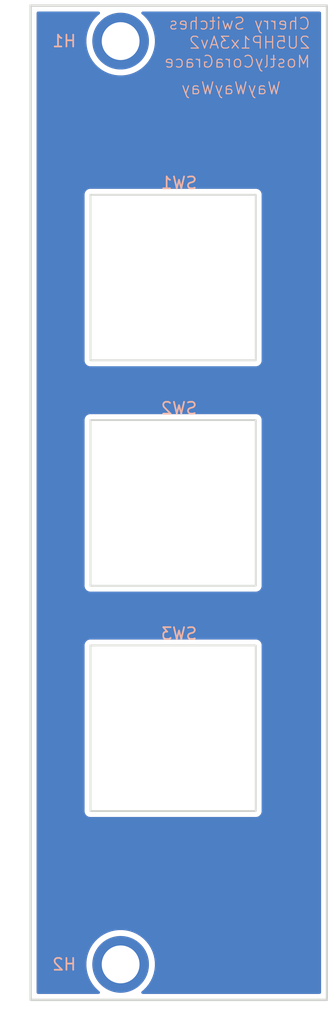
<source format=kicad_pcb>
(kicad_pcb (version 20241229) (generator "pcbnew") (generator_version "9.0")
  (layers (0 "F.Cu" signal) (2 "B.Cu" signal) (13 "F.Paste" user) (15 "B.Paste" user) (5 "F.SilkS" user "F.Silkscreen") (7 "B.SilkS" user "B.Silkscreen") (1 "F.Mask" user) (3 "B.Mask" user) (25 "Edge.Cuts" user))
  (net 0 "")
  (footprint "EXC:SW_Cherry_MX_1.00u_Mount" (layer "F.Cu") (at 12.065 44.4625)
    (property "Reference" "SW2" (at 0.5 -8 0) (layer "B.SilkS") (effects (justify mirror)))
    (property "Value" "SW_SPST_MOUNT")
    (fp_rect (start -7 -7) (end 7 7) (stroke (width 0.15)) (fill no) (layer "Edge.Cuts"))
  )
  (footprint "EXC:SW_Cherry_MX_1.00u_Mount" (layer "F.Cu") (at 12.065 63.5125)
    (property "Reference" "SW3" (at 0.5 -8 0) (layer "B.SilkS") (effects (justify mirror)))
    (property "Value" "SW_SPST_MOUNT")
    (fp_rect (start -7 -7) (end 7 7) (stroke (width 0.15)) (fill no) (layer "Edge.Cuts"))
  )
  (footprint "EXC:MountingHole_3.2mm_M3" (layer "F.Cu") (at 7.62 83.475)
    (property "Reference" "H2" (at -3.683 0 0) (layer "B.SilkS") (effects (justify left mirror)))
    (property "Value" "Eurorack_M3_MountingHole")
    (pad "" thru_hole circle (at 0 0) (size 4.8 4.8) (drill 3.2) (layers "*.Cu" "*.Mask"))
  )
  (footprint "EXC:MountingHole_3.2mm_M3" (layer "F.Cu") (at 7.62 5.425)
    (property "Reference" "H1" (at -3.683 0 0) (layer "B.SilkS") (effects (justify left mirror)))
    (property "Value" "Eurorack_M3_MountingHole")
    (pad "" thru_hole circle (at 0 0) (size 4.8 4.8) (drill 3.2) (layers "*.Cu" "*.Mask"))
  )
  (footprint "EXC:SW_Cherry_MX_1.00u_Mount" (layer "F.Cu") (at 12.065 25.4125)
    (property "Reference" "SW1" (at 0.5 -8 0) (layer "B.SilkS") (effects (justify mirror)))
    (property "Value" "SW_SPST_MOUNT")
    (fp_rect (start -7 -7) (end 7 7) (stroke (width 0.15)) (fill no) (layer "Edge.Cuts"))
  )
  (gr_rect (start 0 2.425) (end 25.1 86.475) (stroke (width 0.2)) (fill no) (layer "Edge.Cuts"))
  (gr_text "Cherry Switches\n2U5HP1x3Av2\nMostlyCoraGrace" (at 23.75 7.75 0) (layer "B.SilkS") (effects (font (size 1 1) (thickness 0.1)) (justify left bottom mirror)))
  (gr_text "WayWayWay" (at 21.25 10 0) (layer "B.SilkS") (effects (font (size 1 1) (thickness 0.1)) (justify left bottom mirror)))
  (zone (net 0) (net_name "") (layers "F.Cu" "B.Cu") (connect_pads (clearance 0.5)) (min_thickness 0.25) (fill yes (thermal_gap 0.5) (thermal_bridge_width 0.5) (island_removal_mode 1) (island_area_min 10))
    (polygon (pts (xy 0 2.425) (xy 25.1 2.425) (xy 25.1 86.45) (xy 0 86.45)))
  )
)
</source>
